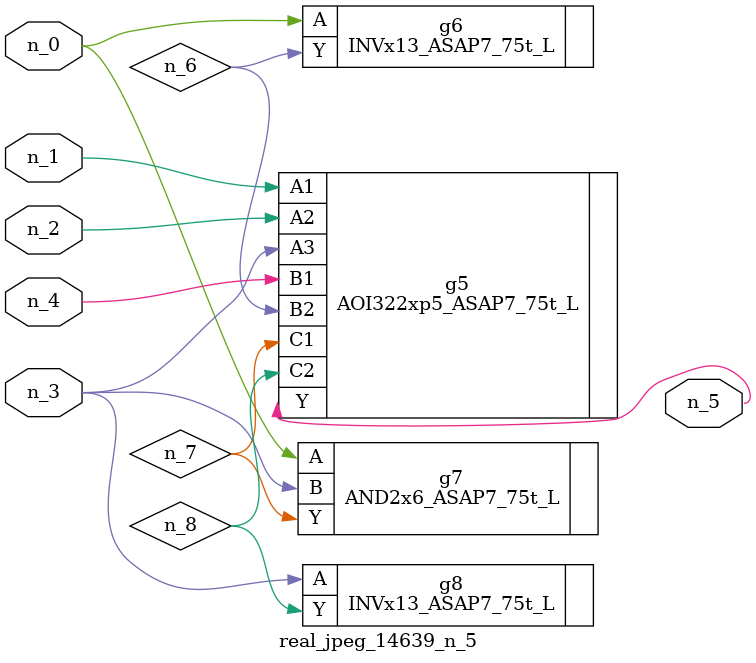
<source format=v>
module real_jpeg_14639_n_5 (n_4, n_0, n_1, n_2, n_3, n_5);

input n_4;
input n_0;
input n_1;
input n_2;
input n_3;

output n_5;

wire n_8;
wire n_6;
wire n_7;

INVx13_ASAP7_75t_L g6 ( 
.A(n_0),
.Y(n_6)
);

AND2x6_ASAP7_75t_L g7 ( 
.A(n_0),
.B(n_3),
.Y(n_7)
);

AOI322xp5_ASAP7_75t_L g5 ( 
.A1(n_1),
.A2(n_2),
.A3(n_3),
.B1(n_4),
.B2(n_6),
.C1(n_7),
.C2(n_8),
.Y(n_5)
);

INVx13_ASAP7_75t_L g8 ( 
.A(n_3),
.Y(n_8)
);


endmodule
</source>
